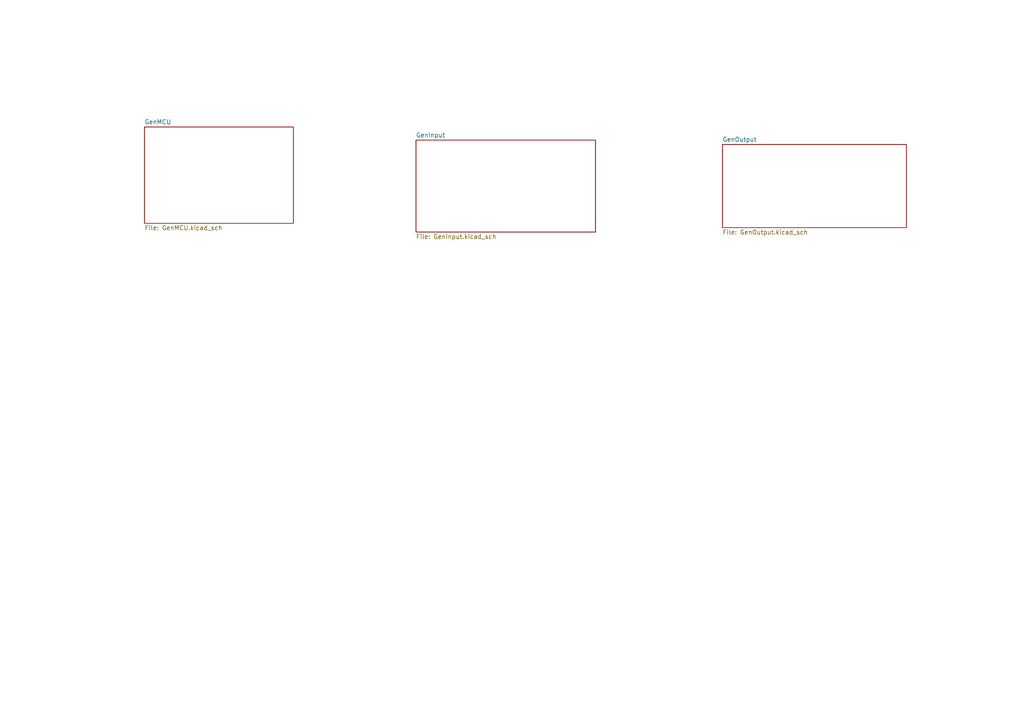
<source format=kicad_sch>
(kicad_sch (version 20211123) (generator eeschema)
  (paper "A4")
  (lib_symbols)
  (sheet (at 41.91 36.83) (size 43.18 27.94) (stroke (width 0.1524))
    (property "Sheet name" "GenMCU" (at 41.91 36.1184 0) (effects (justify left bottom)))
    (property "Sheet file" "GenMCU.kicad_sch" (at 41.91 65.3546 0) (effects (justify left top)))
  )
  (sheet (at 209.55 41.91) (size 53.34 24.13) (stroke (width 0.1524))
    (property "Sheet name" "GenOutput" (at 209.55 41.1984 0) (effects (justify left bottom)))
    (property "Sheet file" "GenOutput.kicad_sch" (at 209.55 66.6246 0) (effects (justify left top)))
  )
  (sheet (at 120.65 40.64) (size 52.07 26.67) (stroke (width 0.1524))
    (property "Sheet name" "GenInput" (at 120.65 39.9284 0) (effects (justify left bottom)))
    (property "Sheet file" "GenInput.kicad_sch" (at 120.65 67.8946 0) (effects (justify left top)))
  )
)
</source>
